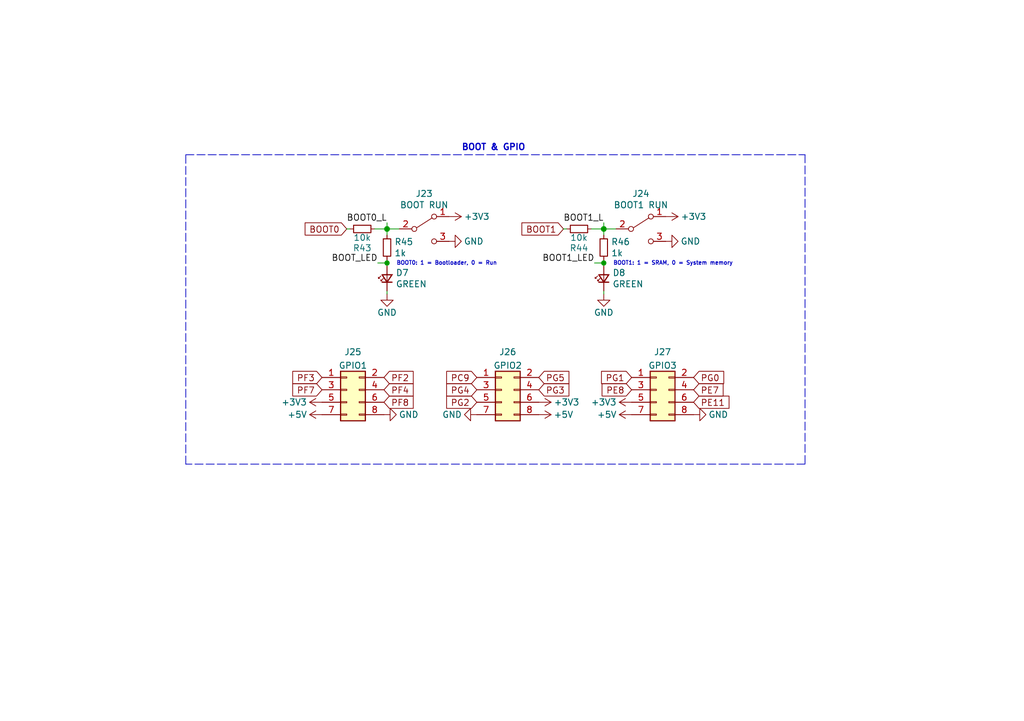
<source format=kicad_sch>
(kicad_sch (version 20211123) (generator eeschema)
  (paper "A5")
  (lib_symbols
    (symbol "Connector_Generic:Conn_02x04_Odd_Even" (pin_names (offset 1.016) hide)
      (property "Reference" "J" (at 1.27 5.08 0))
      (property "Value" "Conn_02x04_Odd_Even" (at 1.27 -7.62 0))
      (symbol "Conn_02x04_Odd_Even_1_1"
        (rectangle (start -1.27 -4.953) (end 0 -5.207) (stroke (width 0.1524)))
        (rectangle (start -1.27 -2.413) (end 0 -2.667) (stroke (width 0.1524)))
        (rectangle (start -1.27 0.127) (end 0 -0.127) (stroke (width 0.1524)))
        (rectangle (start -1.27 2.667) (end 0 2.413) (stroke (width 0.1524)))
        (rectangle (start -1.27 3.81) (end 3.81 -6.35) (stroke (width 0.254)) (fill (type background)))
        (rectangle (start 3.81 -4.953) (end 2.54 -5.207) (stroke (width 0.1524)))
        (rectangle (start 3.81 -2.413) (end 2.54 -2.667) (stroke (width 0.1524)))
        (rectangle (start 3.81 0.127) (end 2.54 -0.127) (stroke (width 0.1524)))
        (rectangle (start 3.81 2.667) (end 2.54 2.413) (stroke (width 0.1524)))
        (pin passive line (at -5.08 2.54 0) (length 3.81) (name "Pin_1") (number "1"))
        (pin passive line (at 7.62 2.54 180) (length 3.81) (name "Pin_2") (number "2"))
        (pin passive line (at -5.08 0 0) (length 3.81) (name "Pin_3") (number "3"))
        (pin passive line (at 7.62 0 180) (length 3.81) (name "Pin_4") (number "4"))
        (pin passive line (at -5.08 -2.54 0) (length 3.81) (name "Pin_5") (number "5"))
        (pin passive line (at 7.62 -2.54 180) (length 3.81) (name "Pin_6") (number "6"))
        (pin passive line (at -5.08 -5.08 0) (length 3.81) (name "Pin_7") (number "7"))
        (pin passive line (at 7.62 -5.08 180) (length 3.81) (name "Pin_8") (number "8"))
      )
    )
    (symbol "UnderControl-rescue:+3.3V-power-IoT_Dev_Board-rescue" (power) (pin_names (offset 0))
      (property "Value" "+3.3V-power-IoT_Dev_Board-rescue" (at 0 3.556 0))
      (symbol "+3.3V-power-IoT_Dev_Board-rescue_0_1"
        (polyline (pts (xy -0.762 1.27) (xy 0 2.54)))
        (polyline (pts (xy 0 0) (xy 0 2.54)))
        (polyline (pts (xy 0 2.54) (xy 0.762 1.27)))
      )
      (symbol "+3.3V-power-IoT_Dev_Board-rescue_1_1"
        (pin power_in line (at 0 0 90) (length 0) hide (name "+3V3") (number "1"))
      )
    )
    (symbol "UnderControl-rescue:+5V-power-IoT_Dev_Board-rescue" (power) (pin_names (offset 0))
      (property "Value" "+5V-power-IoT_Dev_Board-rescue" (at 0 3.556 0))
      (symbol "+5V-power-IoT_Dev_Board-rescue_0_1"
        (polyline (pts (xy -0.762 1.27) (xy 0 2.54)))
        (polyline (pts (xy 0 0) (xy 0 2.54)))
        (polyline (pts (xy 0 2.54) (xy 0.762 1.27)))
      )
      (symbol "+5V-power-IoT_Dev_Board-rescue_1_1"
        (pin power_in line (at 0 0 90) (length 0) hide (name "+5V") (number "1"))
      )
    )
    (symbol "UnderControl-rescue:GND-power-IoT_Dev_Board-rescue" (power) (pin_names (offset 0))
      (property "Value" "GND-power-IoT_Dev_Board-rescue" (at 0 -3.81 0))
      (symbol "GND-power-IoT_Dev_Board-rescue_0_1"
        (polyline (pts (xy 0 0) (xy 0 -1.27) (xy 1.27 -1.27) (xy 0 -2.54) (xy -1.27 -1.27) (xy 0 -1.27)))
      )
      (symbol "GND-power-IoT_Dev_Board-rescue_1_1"
        (pin power_in line (at 0 0 270) (length 0) hide (name "GND") (number "1"))
      )
    )
    (symbol "UnderControl-rescue:LED_Small-Device-IoT_Dev_Board-rescue" (pin_numbers hide) (pin_names (offset 0.254) hide)
      (property "Reference" "D" (at -1.27 3.175 0))
      (property "Value" "LED_Small-Device-IoT_Dev_Board-rescue" (at -4.445 -2.54 0))
      (symbol "LED_Small-Device-IoT_Dev_Board-rescue_0_1"
        (polyline (pts (xy -0.762 -1.016) (xy -0.762 1.016)) (stroke (width 0.254)))
        (polyline (pts (xy 1.016 0) (xy -0.762 0)))
        (polyline (pts (xy 0.762 -1.016) (xy -0.762 0) (xy 0.762 1.016) (xy 0.762 -1.016)) (stroke (width 0.254)))
        (polyline (pts (xy 0 0.762) (xy -0.508 1.27) (xy -0.254 1.27) (xy -0.508 1.27) (xy -0.508 1.016)))
        (polyline (pts (xy 0.508 1.27) (xy 0 1.778) (xy 0.254 1.778) (xy 0 1.778) (xy 0 1.524)))
      )
      (symbol "LED_Small-Device-IoT_Dev_Board-rescue_1_1"
        (pin passive line (at -2.54 0 0) (length 1.778) (name "K") (number "1"))
        (pin passive line (at 2.54 0 180) (length 1.778) (name "A") (number "2"))
      )
    )
    (symbol "UnderControl-rescue:R_Small-Device-IoT_Dev_Board-rescue" (pin_numbers hide) (pin_names (offset 0.254) hide)
      (property "Reference" "R" (at 0.762 0.508 0))
      (property "Value" "R_Small-Device-IoT_Dev_Board-rescue" (at 0.762 -1.016 0))
      (symbol "R_Small-Device-IoT_Dev_Board-rescue_0_1"
        (rectangle (start -0.762 1.778) (end 0.762 -1.778) (stroke (width 0.2032)))
      )
      (symbol "R_Small-Device-IoT_Dev_Board-rescue_1_1"
        (pin passive line (at 0 2.54 270) (length 0.762) (name "~") (number "1"))
        (pin passive line (at 0 -2.54 90) (length 0.762) (name "~") (number "2"))
      )
    )
    (symbol "UnderControl-rescue:SW_SPDT-Switch-IoT_Dev_Board-rescue" (pin_names (offset 0) hide)
      (property "Reference" "SW" (at 0 4.318 0))
      (property "Value" "SW_SPDT-Switch-IoT_Dev_Board-rescue" (at 0 -5.08 0))
      (symbol "SW_SPDT-Switch-IoT_Dev_Board-rescue_0_0"
        (circle (center -2.032 0) (radius 0.508))
        (circle (center 2.032 -2.54) (radius 0.508))
      )
      (symbol "SW_SPDT-Switch-IoT_Dev_Board-rescue_0_1"
        (polyline (pts (xy -1.524 0.254) (xy 1.651 2.286)))
        (circle (center 2.032 2.54) (radius 0.508))
      )
      (symbol "SW_SPDT-Switch-IoT_Dev_Board-rescue_1_1"
        (pin passive line (at 5.08 2.54 180) (length 2.54) (name "A") (number "1"))
        (pin passive line (at -5.08 0 0) (length 2.54) (name "B") (number "2"))
        (pin passive line (at 5.08 -2.54 180) (length 2.54) (name "C") (number "3"))
      )
    )
  )
  (junction (at 123.825 46.99) (diameter 1.016))
  (junction (at 123.825 53.975) (diameter 0.9144))
  (junction (at 79.375 46.99) (diameter 1.016))
  (junction (at 79.375 53.975) (diameter 0.9144))
  (wire (pts (xy 116.205 46.99) (xy 115.57 46.99)))
  (wire (pts (xy 123.825 60.325) (xy 123.825 59.69)))
  (wire (pts (xy 79.375 60.325) (xy 79.375 59.69)))
  (wire (pts (xy 77.47 53.975) (xy 79.375 53.975)))
  (wire (pts (xy 79.375 53.34) (xy 79.375 53.975)))
  (wire (pts (xy 123.825 46.99) (xy 126.365 46.99)))
  (wire (pts (xy 79.375 45.72) (xy 79.375 46.99)))
  (wire (pts (xy 79.375 46.99) (xy 81.915 46.99)))
  (wire (pts (xy 123.825 46.99) (xy 123.825 48.26)))
  (polyline (pts (xy 165.1 31.75) (xy 165.1 95.25)))
  (wire (pts (xy 71.755 46.99) (xy 71.12 46.99)))
  (wire (pts (xy 76.835 46.99) (xy 79.375 46.99)))
  (wire (pts (xy 79.375 53.975) (xy 79.375 54.61)))
  (wire (pts (xy 121.92 53.975) (xy 123.825 53.975)))
  (polyline (pts (xy 165.1 95.25) (xy 38.1 95.25)))
  (wire (pts (xy 79.375 46.99) (xy 79.375 48.26)))
  (wire (pts (xy 123.825 53.975) (xy 123.825 54.61)))
  (polyline (pts (xy 38.1 31.75) (xy 165.1 31.75)))
  (wire (pts (xy 123.825 45.72) (xy 123.825 46.99)))
  (wire (pts (xy 123.825 53.34) (xy 123.825 53.975)))
  (wire (pts (xy 121.285 46.99) (xy 123.825 46.99)))
  (polyline (pts (xy 38.1 95.25) (xy 38.1 31.75)))
  (text "BOOT1: 1 = SRAM, 0 = System memory" (at 125.73 54.61 0) (effects (font (size 0.8 0.8)) (justify left bottom)))
  (text "BOOT & GPIO" (at 94.615 31.115 0) (effects (font (size 1.27 1.27) (thickness 0.254) bold) (justify left bottom)))
  (text "BOOT0: 1 = Bootloader, 0 = Run" (at 81.28 54.61 0) (effects (font (size 0.8 0.8)) (justify left bottom)))
  (label "BOOT1_L" (at 123.825 45.72 180))
  (label "BOOT0_L" (at 79.375 45.72 180))
  (label "BOOT1_LED" (at 121.92 53.975 180))
  (label "BOOT_LED" (at 77.47 53.975 180))
  (global_label "PG0" (shape input) (at 142.24 77.47 0) (property "Intersheet References" "${INTERSHEET_REFS}" (effects hide)))
  (global_label "PE11" (shape input) (at 142.24 82.55 0) (property "Intersheet References" "${INTERSHEET_REFS}" (effects hide)))
  (global_label "PE7" (shape input) (at 142.24 80.01 0) (property "Intersheet References" "${INTERSHEET_REFS}" (effects hide)))
  (global_label "BOOT1" (shape input) (at 115.57 46.99 180) (property "Intersheet References" "${INTERSHEET_REFS}" (effects hide)))
  (global_label "PG2" (shape input) (at 97.79 82.55 180) (property "Intersheet References" "${INTERSHEET_REFS}" (effects hide)))
  (global_label "PE8" (shape input) (at 129.54 80.01 180) (property "Intersheet References" "${INTERSHEET_REFS}" (effects hide)))
  (global_label "PF2" (shape input) (at 78.74 77.47 0) (property "Intersheet References" "${INTERSHEET_REFS}" (effects hide)))
  (global_label "PG1" (shape input) (at 129.54 77.47 180) (property "Intersheet References" "${INTERSHEET_REFS}" (effects hide)))
  (global_label "PF7" (shape input) (at 66.04 80.01 180) (property "Intersheet References" "${INTERSHEET_REFS}" (effects hide)))
  (global_label "PG4" (shape input) (at 97.79 80.01 180) (property "Intersheet References" "${INTERSHEET_REFS}" (effects hide)))
  (global_label "PG3" (shape input) (at 110.49 80.01 0) (property "Intersheet References" "${INTERSHEET_REFS}" (effects hide)))
  (global_label "PF8" (shape input) (at 78.74 82.55 0) (property "Intersheet References" "${INTERSHEET_REFS}" (effects hide)))
  (global_label "PF4" (shape input) (at 78.74 80.01 0) (property "Intersheet References" "${INTERSHEET_REFS}" (effects hide)))
  (global_label "PC9" (shape input) (at 97.79 77.47 180) (property "Intersheet References" "${INTERSHEET_REFS}" (effects hide)))
  (global_label "PF3" (shape input) (at 66.04 77.47 180) (property "Intersheet References" "${INTERSHEET_REFS}" (effects hide)))
  (global_label "PG5" (shape input) (at 110.49 77.47 0) (property "Intersheet References" "${INTERSHEET_REFS}" (effects hide)))
  (global_label "BOOT0" (shape input) (at 71.12 46.99 180) (property "Intersheet References" "${INTERSHEET_REFS}" (effects hide)))
  (symbol (lib_id "UnderControl-rescue:GND-power-IoT_Dev_Board-rescue") (at 142.24 85.09 90) (unit 1)
    (property "Reference" "#PWR0154" (effects hide))
    (property "Value" "GND" (at 147.32 85.09 90))
  )
  (symbol (lib_id "UnderControl-rescue:R_Small-Device-IoT_Dev_Board-rescue") (at 123.825 50.8 180) (unit 1)
    (property "Reference" "R46" (at 125.3236 49.6316 0) (effects (justify right)))
    (property "Value" "1k" (at 125.3236 51.943 0) (effects (justify right)))
    (property "Footprint" "Resistor_SMD:R_0402_1005Metric" (effects hide))
    (property "LCSC" "C11702" (effects hide))
  )
  (symbol (lib_id "UnderControl-rescue:R_Small-Device-IoT_Dev_Board-rescue") (at 79.375 50.8 180) (unit 1)
    (property "Reference" "R45" (at 80.8736 49.6316 0) (effects (justify right)))
    (property "Value" "1k" (at 80.8736 51.943 0) (effects (justify right)))
    (property "Footprint" "Resistor_SMD:R_0402_1005Metric" (effects hide))
    (property "LCSC" "C11702" (effects hide))
  )
  (symbol (lib_id "UnderControl-rescue:GND-power-IoT_Dev_Board-rescue") (at 79.375 60.325 0) (unit 1)
    (property "Reference" "#PWR0144" (effects hide))
    (property "Value" "GND" (at 79.375 64.135 0))
  )
  (symbol (lib_id "UnderControl-rescue:R_Small-Device-IoT_Dev_Board-rescue") (at 118.745 46.99 270) (unit 1)
    (property "Reference" "R44" (at 118.745 50.9016 90))
    (property "Value" "10k" (at 118.745 48.768 90))
    (property "Footprint" "Resistor_SMD:R_0402_1005Metric" (effects hide))
    (property "LCSC" "C25744" (effects hide))
  )
  (symbol (lib_id "UnderControl-rescue:+5V-power-IoT_Dev_Board-rescue") (at 129.54 85.09 90) (unit 1)
    (property "Reference" "#PWR0153" (effects hide))
    (property "Value" "+5V" (at 124.46 85.09 90))
  )
  (symbol (lib_id "UnderControl-rescue:+3.3V-power-IoT_Dev_Board-rescue") (at 136.525 44.45 270) (unit 1)
    (property "Reference" "#PWR0141" (effects hide))
    (property "Value" "+3.3V" (at 142.24 44.45 90))
  )
  (symbol (lib_id "UnderControl-rescue:LED_Small-Device-IoT_Dev_Board-rescue") (at 123.825 57.15 90) (unit 1)
    (property "Reference" "D8" (at 125.603 55.9816 90) (effects (justify right)))
    (property "Value" "GREEN" (at 125.603 58.293 90) (effects (justify right)))
    (property "Footprint" "LED_SMD:LED_0603_1608Metric" (effects hide))
    (property "LCSC" "C72043" (effects hide))
  )
  (symbol (lib_id "UnderControl-rescue:+3.3V-power-IoT_Dev_Board-rescue") (at 129.54 82.55 90) (unit 1)
    (property "Reference" "#PWR0148" (effects hide))
    (property "Value" "+3.3V" (at 123.825 82.55 90))
  )
  (symbol (lib_id "UnderControl-rescue:+3.3V-power-IoT_Dev_Board-rescue") (at 92.075 44.45 270) (unit 1)
    (property "Reference" "#PWR0140" (effects hide))
    (property "Value" "+3.3V" (at 97.79 44.45 90))
  )
  (symbol (lib_id "Connector_Generic:Conn_02x04_Odd_Even") (at 71.12 80.01 0) (unit 1)
    (property "Reference" "J25" (at 72.39 72.2335 0))
    (property "Value" "GPIO1" (at 72.39 75.0086 0))
    (property "Footprint" "Connector_PinHeader_2.54mm:PinHeader_2x04_P2.54mm_Vertical" (effects hide))
  )
  (symbol (lib_id "UnderControl-rescue:+3.3V-power-IoT_Dev_Board-rescue") (at 110.49 82.55 270) (mirror x) (unit 1)
    (property "Reference" "#PWR0147" (effects hide))
    (property "Value" "+3.3V" (at 116.205 82.55 90))
  )
  (symbol (lib_id "UnderControl-rescue:SW_SPDT-Switch-IoT_Dev_Board-rescue") (at 131.445 46.99 0) (unit 1)
    (property "Reference" "J24" (at 131.445 39.751 0))
    (property "Value" "BOOT1 RUN" (at 131.445 42.0624 0))
    (property "Footprint" "Connector_PinHeader_2.54mm:PinHeader_1x03_P2.54mm_Vertical" (effects hide))
  )
  (symbol (lib_id "Connector_Generic:Conn_02x04_Odd_Even") (at 134.62 80.01 0) (unit 1)
    (property "Reference" "J27" (at 135.89 72.2335 0))
    (property "Value" "GPIO3" (at 135.89 75.0086 0))
    (property "Footprint" "Connector_PinHeader_2.54mm:PinHeader_2x04_P2.54mm_Vertical" (effects hide))
  )
  (symbol (lib_id "UnderControl-rescue:GND-power-IoT_Dev_Board-rescue") (at 92.075 49.53 90) (unit 1)
    (property "Reference" "#PWR0142" (effects hide))
    (property "Value" "GND" (at 97.155 49.53 90))
  )
  (symbol (lib_id "UnderControl-rescue:R_Small-Device-IoT_Dev_Board-rescue") (at 74.295 46.99 270) (unit 1)
    (property "Reference" "R43" (at 74.295 50.9016 90))
    (property "Value" "10k" (at 74.295 48.768 90))
    (property "Footprint" "Resistor_SMD:R_0402_1005Metric" (effects hide))
    (property "LCSC" "C25744" (effects hide))
  )
  (symbol (lib_id "UnderControl-rescue:LED_Small-Device-IoT_Dev_Board-rescue") (at 79.375 57.15 90) (unit 1)
    (property "Reference" "D7" (at 81.153 55.9816 90) (effects (justify right)))
    (property "Value" "GREEN" (at 81.153 58.293 90) (effects (justify right)))
    (property "Footprint" "LED_SMD:LED_0603_1608Metric" (effects hide))
    (property "LCSC" "C72043" (effects hide))
  )
  (symbol (lib_id "UnderControl-rescue:GND-power-IoT_Dev_Board-rescue") (at 97.79 85.09 270) (unit 1)
    (property "Reference" "#PWR0151" (effects hide))
    (property "Value" "GND" (at 92.71 85.09 90))
  )
  (symbol (lib_id "UnderControl-rescue:+5V-power-IoT_Dev_Board-rescue") (at 110.49 85.09 270) (mirror x) (unit 1)
    (property "Reference" "#PWR0152" (effects hide))
    (property "Value" "+5V" (at 115.57 85.09 90))
  )
  (symbol (lib_id "UnderControl-rescue:+3.3V-power-IoT_Dev_Board-rescue") (at 66.04 82.55 90) (unit 1)
    (property "Reference" "#PWR0146" (effects hide))
    (property "Value" "+3.3V" (at 60.325 82.55 90))
  )
  (symbol (lib_id "UnderControl-rescue:GND-power-IoT_Dev_Board-rescue") (at 78.74 85.09 90) (unit 1)
    (property "Reference" "#PWR0150" (effects hide))
    (property "Value" "GND" (at 83.82 85.09 90))
  )
  (symbol (lib_id "UnderControl-rescue:GND-power-IoT_Dev_Board-rescue") (at 123.825 60.325 0) (unit 1)
    (property "Reference" "#PWR0145" (effects hide))
    (property "Value" "GND" (at 123.825 64.135 0))
  )
  (symbol (lib_id "UnderControl-rescue:+5V-power-IoT_Dev_Board-rescue") (at 66.04 85.09 90) (unit 1)
    (property "Reference" "#PWR0149" (effects hide))
    (property "Value" "+5V" (at 60.96 85.09 90))
  )
  (symbol (lib_id "Connector_Generic:Conn_02x04_Odd_Even") (at 102.87 80.01 0) (unit 1)
    (property "Reference" "J26" (at 104.14 72.2335 0))
    (property "Value" "GPIO2" (at 104.14 75.0086 0))
    (property "Footprint" "Connector_PinHeader_2.54mm:PinHeader_2x04_P2.54mm_Vertical" (effects hide))
  )
  (symbol (lib_id "UnderControl-rescue:GND-power-IoT_Dev_Board-rescue") (at 136.525 49.53 90) (unit 1)
    (property "Reference" "#PWR0143" (effects hide))
    (property "Value" "GND" (at 141.605 49.53 90))
  )
  (symbol (lib_id "UnderControl-rescue:SW_SPDT-Switch-IoT_Dev_Board-rescue") (at 86.995 46.99 0) (unit 1)
    (property "Reference" "J23" (at 86.995 39.751 0))
    (property "Value" "BOOT RUN" (at 86.995 42.0624 0))
    (property "Footprint" "Connector_PinHeader_2.54mm:PinHeader_1x03_P2.54mm_Vertical" (effects hide))
  )
)
</source>
